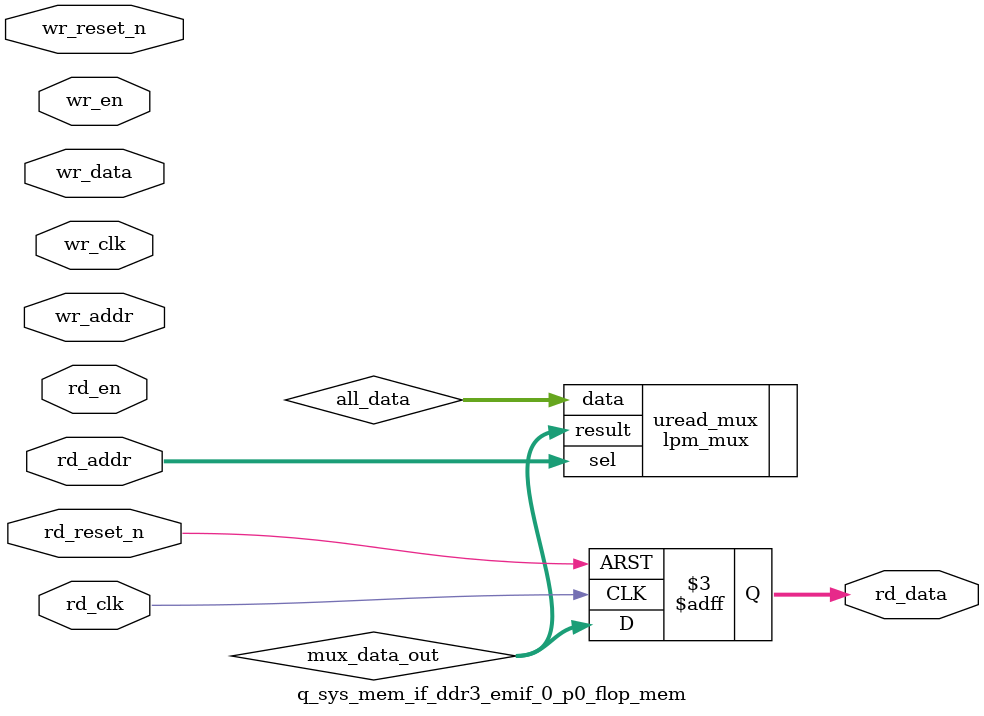
<source format=v>



`timescale 1 ps / 1 ps

(* altera_attribute = "-name ALLOW_SYNCH_CTRL_USAGE ON;-name AUTO_CLOCK_ENABLE_RECOGNITION ON" *)
module q_sys_mem_if_ddr3_emif_0_p0_flop_mem(
	wr_reset_n,
	wr_clk,
	wr_en,
	wr_addr,
	wr_data,
	rd_reset_n,
	rd_clk,
	rd_en,
	rd_addr,
	rd_data
);

parameter WRITE_MEM_DEPTH	= "";
parameter WRITE_ADDR_WIDTH	= "";
parameter WRITE_DATA_WIDTH	= "";
parameter READ_MEM_DEPTH	= "";
parameter READ_ADDR_WIDTH	= "";		 
parameter READ_DATA_WIDTH	= "";


input	wr_reset_n;
input	wr_clk;
input	wr_en;
input	[WRITE_ADDR_WIDTH-1:0] wr_addr;
input	[WRITE_DATA_WIDTH-1:0] wr_data;
input	rd_reset_n;
input	rd_clk;
input	rd_en;
input	[READ_ADDR_WIDTH-1:0] rd_addr;
output	[READ_DATA_WIDTH-1:0] rd_data;



wire	[WRITE_DATA_WIDTH*WRITE_MEM_DEPTH-1:0] all_data;
wire	[READ_DATA_WIDTH-1:0] mux_data_out;



// declare a memory with WRITE_MEM_DEPTH entries
// each entry contains a data size of WRITE_DATA_WIDTH
reg	[WRITE_DATA_WIDTH-1:0] data_stored [0:WRITE_MEM_DEPTH-1] /* synthesis syn_preserve = 1 */;
reg	[READ_DATA_WIDTH-1:0] rd_data;

generate
genvar entry;
	for (entry=0; entry < WRITE_MEM_DEPTH; entry=entry+1)
	begin: mem_location
		assign all_data[(WRITE_DATA_WIDTH*(entry+1)-1) : (WRITE_DATA_WIDTH*entry)] = data_stored[entry]; 
		
		always @(posedge wr_clk or negedge wr_reset_n)
		begin
			if (~wr_reset_n) begin
				data_stored[entry] <= {WRITE_DATA_WIDTH{1'b0}};
			end else begin
				if (wr_en) begin
					if (entry == wr_addr) begin
						data_stored[entry] <= wr_data;
					end
				end
			end
		end		
	end
endgenerate

// mux to select the correct output data based on read address
lpm_mux	uread_mux(
	.sel (rd_addr),
	.data (all_data),
	.result (mux_data_out)
	// synopsys translate_off
	,
	.aclr (),
	.clken (),
	.clock ()
	// synopsys translate_on
	);
 defparam uread_mux.lpm_size = READ_MEM_DEPTH;
 defparam uread_mux.lpm_type = "LPM_MUX";
 defparam uread_mux.lpm_width = READ_DATA_WIDTH;
 defparam uread_mux.lpm_widths = READ_ADDR_WIDTH;

always @(posedge rd_clk or negedge rd_reset_n)	
begin
	if (~rd_reset_n) begin
		rd_data <= {READ_DATA_WIDTH{1'b0}};
	end else begin
		rd_data <= mux_data_out;
	end
end

endmodule

</source>
